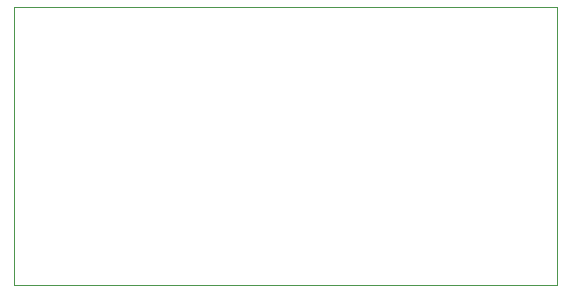
<source format=gbr>
%TF.GenerationSoftware,KiCad,Pcbnew,9.0.6*%
%TF.CreationDate,2025-12-15T15:35:09+00:00*%
%TF.ProjectId,_2 Blaster,a3322042-6c61-4737-9465-722e6b696361,rev?*%
%TF.SameCoordinates,Original*%
%TF.FileFunction,Profile,NP*%
%FSLAX46Y46*%
G04 Gerber Fmt 4.6, Leading zero omitted, Abs format (unit mm)*
G04 Created by KiCad (PCBNEW 9.0.6) date 2025-12-15 15:35:09*
%MOMM*%
%LPD*%
G01*
G04 APERTURE LIST*
%TA.AperFunction,Profile*%
%ADD10C,0.050000*%
%TD*%
G04 APERTURE END LIST*
D10*
X89000000Y-83000000D02*
X135000000Y-83000000D01*
X135000000Y-106500000D01*
X89000000Y-106500000D01*
X89000000Y-83000000D01*
M02*

</source>
